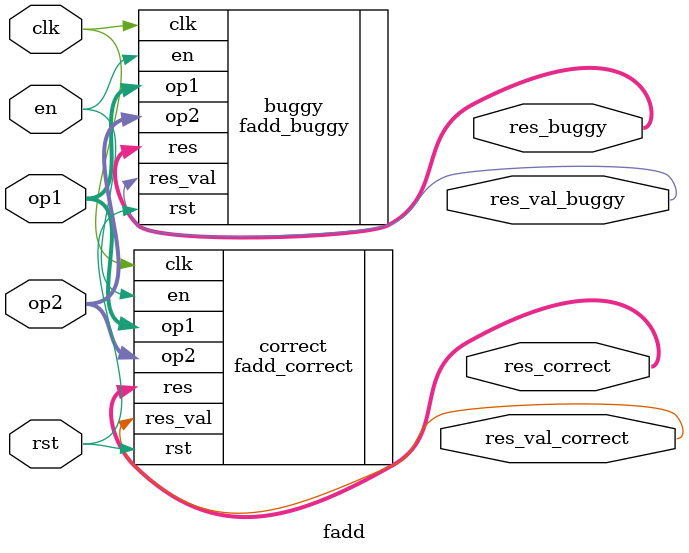
<source format=sv>
module fadd #(parameter N = 32, parameter E = 8, parameter S = 1) (
    // Inputs
    input logic         clk,
    input logic         rst,
    input logic         en,
    input logic [N-1:0] op1,
    input logic [N-1:0] op2,

    // Outputs
    output logic         res_val_correct,
    output logic [N-1:0] res_correct,
    output logic         res_val_buggy,
    output logic [N-1:0] res_buggy
);

    fadd_buggy buggy(
        .clk(clk),
        .rst(rst),
        .en(en),
        .op1(op1),
        .op2(op2),
        .res_val(res_val_buggy),
        .res(res_buggy)
    );

    fadd_correct correct(
        .clk(clk),
        .rst(rst),
        .en(en),
        .op1(op1),
        .op2(op2),
        .res_val(res_val_correct),
        .res(res_correct)
    );

endmodule

</source>
